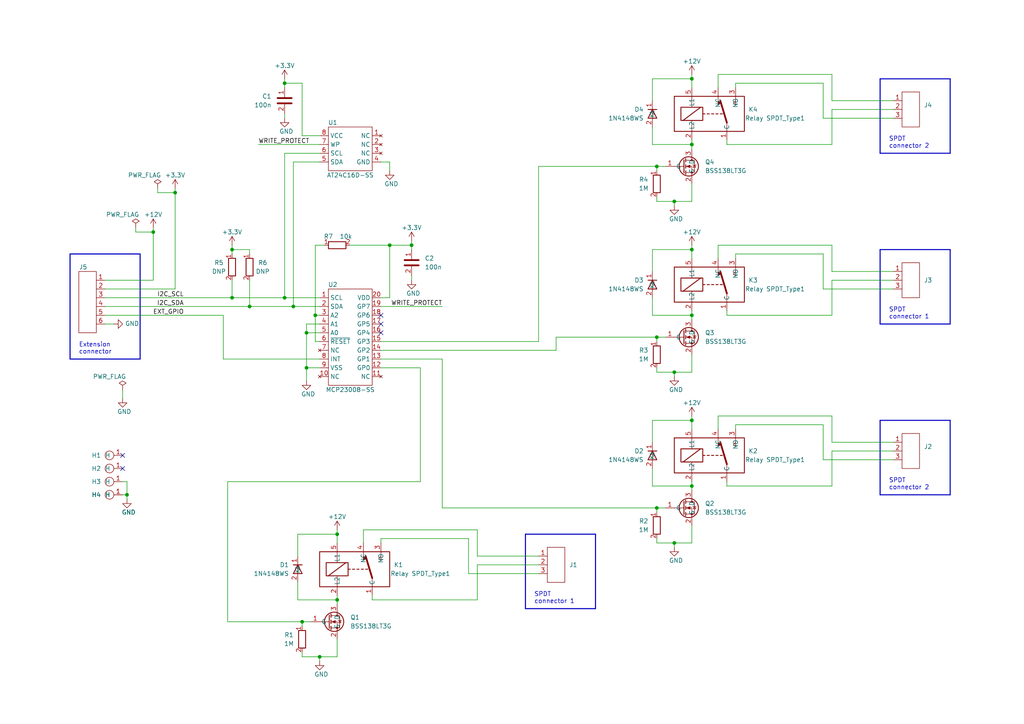
<source format=kicad_sch>
(kicad_sch (version 20230121) (generator eeschema)
  (paper "A4")
  (title_block (title "Four relays extension board") (date "2024-06-02") (rev "1.0") (company "stf.labs"))
  (lib_symbols
    (symbol "p_Diode:1N4148WS" (pin_names (offset 1.016))
      (property "Reference" "D" (at 0 3.81 0))
      (property "Value" "1N4148WS" (at 0 -2.54 0))
      (symbol "1N4148WS_1_1"
        (polyline (pts (xy -1.27 1.27) (xy -1.27 -1.27)) (stroke (width 0.254)))
        (polyline (pts (xy 1.27 0) (xy -1.27 0)))
        (polyline (pts (xy 1.27 1.27) (xy 1.27 -1.27) (xy -1.27 0) (xy 1.27 1.27)) (stroke (width 0.254)))
        (pin passive line (at -3.81 0 0) (length 2.54) (name "K") (number "1"))
        (pin passive line (at 3.81 0 180) (length 2.54) (name "A") (number "2"))
      )
    )
    (symbol "p_IO:MCP23008-SS"
      (property "Reference" "U" (at -5.08 15.24 0))
      (property "Value" "MCP23008-SS" (at 0 -15.24 0))
      (symbol "MCP23008-SS_0_1"
        (rectangle (start -6.35 13.97) (end 6.35 -13.97))
      )
      (symbol "MCP23008-SS_1_1"
        (pin input line (at -8.89 11.43 0) (length 2.54) (name "SCL") (number "1"))
        (pin no_connect line (at -8.89 -11.43 0) (length 2.54) (name "NC") (number "10"))
        (pin no_connect line (at 8.89 -11.43 180) (length 2.54) (name "NC") (number "11"))
        (pin bidirectional line (at 8.89 -8.89 180) (length 2.54) (name "GP0") (number "12"))
        (pin bidirectional line (at 8.89 -6.35 180) (length 2.54) (name "GP1") (number "13"))
        (pin bidirectional line (at 8.89 -3.81 180) (length 2.54) (name "GP2") (number "14"))
        (pin bidirectional line (at 8.89 -1.27 180) (length 2.54) (name "GP3") (number "15"))
        (pin bidirectional line (at 8.89 1.27 180) (length 2.54) (name "GP4") (number "16"))
        (pin bidirectional line (at 8.89 3.81 180) (length 2.54) (name "GP5") (number "17"))
        (pin bidirectional line (at 8.89 6.35 180) (length 2.54) (name "GP6") (number "18"))
        (pin bidirectional line (at 8.89 8.89 180) (length 2.54) (name "GP7") (number "19"))
        (pin bidirectional line (at -8.89 8.89 0) (length 2.54) (name "SDA") (number "2"))
        (pin power_in line (at 8.89 11.43 180) (length 2.54) (name "VDD") (number "20"))
        (pin input line (at -8.89 6.35 0) (length 2.54) (name "A2") (number "3"))
        (pin input line (at -8.89 3.81 0) (length 2.54) (name "A1") (number "4"))
        (pin input line (at -8.89 1.27 0) (length 2.54) (name "A0") (number "5"))
        (pin input line (at -8.89 -1.27 0) (length 2.54) (name "~{RESET}") (number "6"))
        (pin no_connect line (at -8.89 -3.81 0) (length 2.54) (name "NC") (number "7"))
        (pin output line (at -8.89 -6.35 0) (length 2.54) (name "INT") (number "8"))
        (pin passive line (at -8.89 -8.89 0) (length 2.54) (name "VSS") (number "9"))
      )
    )
    (symbol "p_Memory:AT24C16D-SS"
      (property "Reference" "U" (at -5.08 7.62 0))
      (property "Value" "AT24C16D-SS" (at 2.54 -7.62 0))
      (property "Footprint" "p_Package_SO:SOIC-8_3.9x4.9mm_P1.27mm" (at 1.27 -10.16 0))
      (symbol "AT24C16D-SS_0_1"
        (rectangle (start -6.35 6.35) (end 6.35 -6.35))
      )
      (symbol "AT24C16D-SS_1_1"
        (pin no_connect line (at -8.89 3.81 0) (length 2.54) (name "NC") (number "1"))
        (pin no_connect line (at -8.89 1.27 0) (length 2.54) (name "NC") (number "2"))
        (pin no_connect line (at -8.89 -1.27 0) (length 2.54) (name "NC") (number "3"))
        (pin passive line (at -8.89 -3.81 0) (length 2.54) (name "GND") (number "4"))
        (pin bidirectional line (at 8.89 -3.81 180) (length 2.54) (name "SDA") (number "5"))
        (pin input line (at 8.89 -1.27 180) (length 2.54) (name "SCL") (number "6"))
        (pin input line (at 8.89 1.27 180) (length 2.54) (name "WP") (number "7"))
        (pin power_in line (at 8.89 3.81 180) (length 2.54) (name "VCC") (number "8"))
      )
    )
    (symbol "p_Misc:Conn_HE13_1x3_2.54V" (pin_names (offset 1.016) hide)
      (property "Reference" "J" (at 2.54 6.35 0))
      (property "Value" "Conn_HE13_1x3_2.54V" (at 2.54 -7.62 0))
      (symbol "Conn_HE13_1x3_2.54V_0_1"
        (rectangle (start 0 5.08) (end 5.08 -5.08))
      )
      (symbol "Conn_HE13_1x3_2.54V_1_1"
        (pin passive line (at -2.54 2.54 0) (length 2.54) (name "1") (number "1"))
        (pin passive line (at -2.54 0 0) (length 2.54) (name "2") (number "2"))
        (pin passive line (at -2.54 -2.54 0) (length 2.54) (name "3") (number "3"))
      )
    )
    (symbol "p_Misc:Conn_HE13_1x6_2.54V" (pin_names (offset 1.016) hide)
      (property "Reference" "J" (at 5.08 3.81 0))
      (property "Value" "Conn_HE13_1x6_2.54V" (at 6.35 -17.78 0))
      (symbol "Conn_HE13_1x6_2.54V_0_1"
        (rectangle (start 2.54 2.54) (end 7.62 -15.24))
      )
      (symbol "Conn_HE13_1x6_2.54V_1_1"
        (pin passive line (at 0 0 0) (length 2.54) (name "1") (number "1"))
        (pin passive line (at 0 -2.54 0) (length 2.54) (name "2") (number "2"))
        (pin passive line (at 0 -5.08 0) (length 2.54) (name "3") (number "3"))
        (pin passive line (at 0 -7.62 0) (length 2.54) (name "4") (number "4"))
        (pin passive line (at 0 -10.16 0) (length 2.54) (name "5") (number "5"))
        (pin passive line (at 0 -12.7 0) (length 2.54) (name "6") (number "6"))
      )
    )
    (symbol "p_Misc:Relay_SPDT_Type1"
      (property "Reference" "K" (at -10.16 6.35 0))
      (property "Value" "Relay SPDT_Type1" (at 15.24 -6.35 0))
      (symbol "Relay_SPDT_Type1_0_0"
        (polyline (pts (xy 7.62 5.08) (xy 7.62 2.54) (xy 6.985 3.175) (xy 7.62 3.81)))
      )
      (symbol "Relay_SPDT_Type1_0_1"
        (rectangle (start -8.255 1.905) (end -1.905 -1.905) (stroke (width 0.254)))
        (polyline (pts (xy -7.62 -1.905) (xy -2.54 1.905)) (stroke (width 0.254)))
        (polyline (pts (xy -5.08 -5.08) (xy -5.08 -1.905)))
        (polyline (pts (xy -5.08 5.08) (xy -5.08 1.905)))
        (polyline (pts (xy -1.905 0) (xy -1.27 0)) (stroke (width 0.254)))
        (polyline (pts (xy -0.635 0) (xy 0 0)) (stroke (width 0.254)))
        (polyline (pts (xy 0.635 0) (xy 1.27 0)) (stroke (width 0.254)))
        (polyline (pts (xy 1.905 0) (xy 2.54 0)) (stroke (width 0.254)))
        (polyline (pts (xy 3.175 0) (xy 3.81 0)) (stroke (width 0.254)))
        (polyline (pts (xy 5.08 -2.54) (xy 3.175 3.81)) (stroke (width 0.508)))
        (polyline (pts (xy 5.08 -2.54) (xy 5.08 -5.08)))
        (polyline (pts (xy 2.54 5.08) (xy 2.54 2.54) (xy 3.175 3.175) (xy 2.54 3.81)) (fill (type outline)))
      )
      (symbol "Relay_SPDT_Type1_1_1"
        (rectangle (start -10.16 5.08) (end 10.16 -5.08) (stroke (width 0.254)))
        (pin passive line (at 5.08 -7.62 90) (length 2.54) (name "C") (number "1"))
        (pin passive line (at -5.08 -7.62 90) (length 2.54) (name "L2") (number "2"))
        (pin passive line (at 7.62 7.62 270) (length 2.54) (name "NO") (number "3"))
        (pin passive line (at 2.54 7.62 270) (length 2.54) (name "NC") (number "4"))
        (pin passive line (at -5.08 7.62 270) (length 2.54) (name "L1") (number "5"))
      )
    )
    (symbol "p_Misc:drill_hole_5mm" (pin_names (offset 1.016))
      (property "Reference" "H" (at -1.27 2.54 0))
      (property "Value" "drill_hole_5mm" (at -1.27 -2.54 0))
      (symbol "drill_hole_5mm_0_1"
        (circle (center -1.27 0) (radius 1.27))
      )
      (symbol "drill_hole_5mm_1_1"
        (pin passive line (at 2.54 0 180) (length 2.54) (name "H") (number "1"))
      )
    )
    (symbol "p_Passive:C_0603" (pin_names (offset 0) hide)
      (property "Reference" "C" (at 0 0 0))
      (property "Value" "C_0603" (at 0 0 0))
      (symbol "C_0603_1_1"
        (polyline (pts (xy -2.032 -0.762) (xy 2.032 -0.762)) (stroke (width 0.508)))
        (polyline (pts (xy -2.032 0.762) (xy 2.032 0.762)) (stroke (width 0.508)))
        (pin passive line (at 0 3.81 270) (length 2.794) (name "~") (number "1"))
        (pin passive line (at 0 -3.81 90) (length 2.794) (name "~") (number "2"))
      )
    )
    (symbol "p_Passive:R_0603" (pin_names (offset 0) hide)
      (property "Reference" "R" (at 0 0 0))
      (property "Value" "R_0603" (at 0 0 0))
      (symbol "R_0603_1_1"
        (rectangle (start -1.016 -2.54) (end 1.016 2.54) (stroke (width 0.254)))
        (pin passive line (at 0 3.81 270) (length 1.27) (name "~") (number "1"))
        (pin passive line (at 0 -3.81 90) (length 1.27) (name "~") (number "2"))
      )
    )
    (symbol "p_Transistor_FET:BSS138LT3G"
      (property "Reference" "Q" (at -5.08 6.35 0))
      (property "Value" "BSS138LT3G" (at 0 0 0))
      (symbol "BSS138LT3G_1_1"
        (circle (center -0.889 0) (radius 2.794) (stroke (width 0.254)))
        (circle (center 0 -1.778) (radius 0.254) (fill (type outline)))
        (polyline (pts (xy -2.286 0) (xy -5.08 0)))
        (polyline (pts (xy -2.286 1.905) (xy -2.286 -1.905)) (stroke (width 0.254)))
        (polyline (pts (xy -1.778 -1.27) (xy -1.778 -2.286)) (stroke (width 0.254)))
        (polyline (pts (xy -1.778 0.508) (xy -1.778 -0.508)) (stroke (width 0.254)))
        (polyline (pts (xy -1.778 2.286) (xy -1.778 1.27)) (stroke (width 0.254)))
        (polyline (pts (xy 0 2.54) (xy 0 1.778)))
        (polyline (pts (xy 0 -2.54) (xy 0 0) (xy -1.778 0)))
        (polyline (pts (xy -1.778 -1.778) (xy 0.762 -1.778) (xy 0.762 1.778) (xy -1.778 1.778)))
        (polyline (pts (xy -1.524 0) (xy -0.508 0.381) (xy -0.508 -0.381) (xy -1.524 0)) (fill (type outline)))
        (polyline (pts (xy 0.254 0.508) (xy 0.381 0.381) (xy 1.143 0.381) (xy 1.27 0.254)))
        (polyline (pts (xy 0.762 0.381) (xy 0.381 -0.254) (xy 1.143 -0.254) (xy 0.762 0.381)))
        (circle (center 0 1.778) (radius 0.254) (fill (type outline)))
        (pin input line (at -7.62 0 0) (length 2.54) (name "G") (number "1"))
        (pin passive line (at 0 -5.08 90) (length 2.54) (name "S") (number "2"))
        (pin passive line (at 0 5.08 270) (length 2.54) (name "D") (number "3"))
      )
    )
    (symbol "power:+12V" (power) (pin_names (offset 0))
      (property "Value" "+12V" (at 0 3.556 0))
      (symbol "+12V_0_1"
        (polyline (pts (xy -0.762 1.27) (xy 0 2.54)))
        (polyline (pts (xy 0 0) (xy 0 2.54)))
        (polyline (pts (xy 0 2.54) (xy 0.762 1.27)))
      )
      (symbol "+12V_1_1"
        (pin power_in line (at 0 0 90) (length 0) hide (name "+12V") (number "1"))
      )
    )
    (symbol "power:+3.3V" (power) (pin_names (offset 0))
      (property "Value" "+3.3V" (at 0 3.556 0))
      (symbol "+3.3V_0_1"
        (polyline (pts (xy -0.762 1.27) (xy 0 2.54)))
        (polyline (pts (xy 0 0) (xy 0 2.54)))
        (polyline (pts (xy 0 2.54) (xy 0.762 1.27)))
      )
      (symbol "+3.3V_1_1"
        (pin power_in line (at 0 0 90) (length 0) hide (name "+3.3V") (number "1"))
      )
    )
    (symbol "power:GND" (power) (pin_names (offset 0))
      (property "Value" "GND" (at 0 -3.81 0))
      (symbol "GND_0_1"
        (polyline (pts (xy 0 0) (xy 0 -1.27) (xy 1.27 -1.27) (xy 0 -2.54) (xy -1.27 -1.27) (xy 0 -1.27)))
      )
      (symbol "GND_1_1"
        (pin power_in line (at 0 0 270) (length 0) hide (name "GND") (number "1"))
      )
    )
    (symbol "power:PWR_FLAG" (power) (pin_numbers hide) (pin_names (offset 0) hide)
      (property "Value" "PWR_FLAG" (at 0 3.81 0))
      (symbol "PWR_FLAG_0_0"
        (pin power_out line (at 0 0 90) (length 0) (name "pwr") (number "1"))
      )
      (symbol "PWR_FLAG_0_1"
        (polyline (pts (xy 0 0) (xy 0 1.27) (xy -1.016 1.905) (xy 0 2.54) (xy 1.016 1.905) (xy 0 1.27)))
      )
    )
  )
  (junction (at 190.5 147.32))
  (junction (at 200.66 72.39))
  (junction (at 195.58 58.42))
  (junction (at 113.03 71.12))
  (junction (at 67.31 72.39))
  (junction (at 91.44 91.44))
  (junction (at 82.55 24.13))
  (junction (at 200.66 140.97))
  (junction (at 67.31 86.36))
  (junction (at 97.79 154.94))
  (junction (at 200.66 91.44))
  (junction (at 82.55 86.36))
  (junction (at 200.66 22.86))
  (junction (at 195.58 107.95))
  (junction (at 200.66 121.92))
  (junction (at 88.9 106.68))
  (junction (at 97.79 173.99))
  (junction (at 190.5 48.26))
  (junction (at 87.63 180.34))
  (junction (at 195.58 157.48))
  (junction (at 119.38 71.12))
  (junction (at 88.9 96.52))
  (junction (at 50.8 55.88))
  (junction (at 72.39 88.9))
  (junction (at 36.83 143.51))
  (junction (at 200.66 41.91))
  (junction (at 44.45 67.31))
  (junction (at 85.09 88.9))
  (junction (at 190.5 97.79))
  (junction (at 92.71 190.5))
  (no_connect (at 35.56 132.08))
  (no_connect (at 110.49 91.44))
  (no_connect (at 35.56 135.89))
  (no_connect (at 110.49 96.52))
  (no_connect (at 110.49 93.98))
  (wire (pts (xy 107.95 173.99) (xy 138.43 173.99)))
  (wire (pts (xy 92.71 44.45) (xy 82.55 44.45)))
  (wire (pts (xy 72.39 72.39) (xy 67.31 72.39)))
  (wire (pts (xy 92.71 104.14) (xy 64.77 104.14)))
  (wire (pts (xy 36.83 143.51) (xy 36.83 144.78)))
  (wire (pts (xy 44.45 67.31) (xy 44.45 81.28)))
  (wire (pts (xy 121.92 139.7) (xy 121.92 106.68)))
  (wire (pts (xy 97.79 172.72) (xy 97.79 173.99)))
  (wire (pts (xy 190.5 156.21) (xy 190.5 157.48)))
  (wire (pts (xy 200.66 74.93) (xy 200.66 72.39)))
  (polyline (pts (xy 255.27 22.86) (xy 255.27 44.45)) (stroke (width 0.3048)))
  (wire (pts (xy 208.28 71.12) (xy 208.28 74.93)))
  (wire (pts (xy 67.31 86.36) (xy 82.55 86.36)))
  (polyline (pts (xy 172.72 154.94) (xy 152.4 154.94)) (stroke (width 0.3048)))
  (wire (pts (xy 110.49 99.06) (xy 156.21 99.06)))
  (wire (pts (xy 82.55 24.13) (xy 82.55 25.4)))
  (wire (pts (xy 87.63 180.34) (xy 90.17 180.34)))
  (wire (pts (xy 200.66 21.59) (xy 200.66 22.86)))
  (wire (pts (xy 208.28 25.4) (xy 208.28 21.59)))
  (wire (pts (xy 210.82 91.44) (xy 241.3 91.44)))
  (wire (pts (xy 189.23 72.39) (xy 189.23 78.74)))
  (wire (pts (xy 138.43 161.29) (xy 138.43 153.67)))
  (wire (pts (xy 72.39 88.9) (xy 85.09 88.9)))
  (wire (pts (xy 30.48 83.82) (xy 50.8 83.82)))
  (wire (pts (xy 200.66 72.39) (xy 189.23 72.39)))
  (polyline (pts (xy 275.59 72.39) (xy 255.27 72.39)) (stroke (width 0.3048)))
  (wire (pts (xy 87.63 180.34) (xy 66.04 180.34)))
  (wire (pts (xy 87.63 24.13) (xy 87.63 39.37)))
  (wire (pts (xy 213.36 24.13) (xy 213.36 25.4)))
  (wire (pts (xy 161.29 101.6) (xy 161.29 97.79)))
  (wire (pts (xy 190.5 48.26) (xy 193.04 48.26)))
  (wire (pts (xy 241.3 78.74) (xy 259.08 78.74)))
  (wire (pts (xy 67.31 72.39) (xy 67.31 73.66)))
  (wire (pts (xy 238.76 73.66) (xy 238.76 83.82)))
  (wire (pts (xy 195.58 157.48) (xy 195.58 158.75)))
  (wire (pts (xy 92.71 93.98) (xy 88.9 93.98)))
  (wire (pts (xy 241.3 128.27) (xy 259.08 128.27)))
  (polyline (pts (xy 275.59 22.86) (xy 255.27 22.86)) (stroke (width 0.3048)))
  (polyline (pts (xy 255.27 121.92) (xy 255.27 143.51)) (stroke (width 0.3048)))
  (wire (pts (xy 238.76 123.19) (xy 238.76 133.35)))
  (wire (pts (xy 259.08 34.29) (xy 238.76 34.29)))
  (wire (pts (xy 85.09 88.9) (xy 92.71 88.9)))
  (wire (pts (xy 238.76 24.13) (xy 213.36 24.13)))
  (wire (pts (xy 200.66 139.7) (xy 200.66 140.97)))
  (wire (pts (xy 128.27 147.32) (xy 128.27 104.14)))
  (wire (pts (xy 91.44 71.12) (xy 91.44 91.44)))
  (wire (pts (xy 35.56 143.51) (xy 36.83 143.51)))
  (wire (pts (xy 50.8 55.88) (xy 50.8 83.82)))
  (wire (pts (xy 74.93 41.91) (xy 92.71 41.91)))
  (wire (pts (xy 195.58 58.42) (xy 195.58 59.69)))
  (wire (pts (xy 156.21 166.37) (xy 135.89 166.37)))
  (wire (pts (xy 87.63 189.23) (xy 87.63 190.5)))
  (wire (pts (xy 45.72 55.88) (xy 50.8 55.88)))
  (wire (pts (xy 241.3 78.74) (xy 241.3 71.12)))
  (wire (pts (xy 190.5 97.79) (xy 190.5 99.06)))
  (wire (pts (xy 66.04 180.34) (xy 66.04 139.7)))
  (wire (pts (xy 210.82 140.97) (xy 241.3 140.97)))
  (wire (pts (xy 200.66 102.87) (xy 200.66 107.95)))
  (wire (pts (xy 92.71 96.52) (xy 88.9 96.52)))
  (wire (pts (xy 200.66 25.4) (xy 200.66 22.86)))
  (wire (pts (xy 210.82 41.91) (xy 210.82 40.64)))
  (wire (pts (xy 241.3 29.21) (xy 241.3 21.59)))
  (wire (pts (xy 200.66 41.91) (xy 200.66 43.18)))
  (wire (pts (xy 200.66 22.86) (xy 189.23 22.86)))
  (wire (pts (xy 138.43 153.67) (xy 105.41 153.67)))
  (wire (pts (xy 82.55 44.45) (xy 82.55 86.36)))
  (wire (pts (xy 88.9 96.52) (xy 88.9 106.68)))
  (polyline (pts (xy 255.27 72.39) (xy 255.27 93.98)) (stroke (width 0.3048)))
  (wire (pts (xy 156.21 48.26) (xy 190.5 48.26)))
  (wire (pts (xy 82.55 22.86) (xy 82.55 24.13)))
  (wire (pts (xy 39.37 67.31) (xy 44.45 67.31)))
  (wire (pts (xy 241.3 128.27) (xy 241.3 120.65)))
  (wire (pts (xy 110.49 156.21) (xy 135.89 156.21)))
  (wire (pts (xy 138.43 161.29) (xy 156.21 161.29)))
  (wire (pts (xy 189.23 91.44) (xy 189.23 86.36)))
  (wire (pts (xy 50.8 54.61) (xy 50.8 55.88)))
  (wire (pts (xy 119.38 71.12) (xy 119.38 72.39)))
  (wire (pts (xy 72.39 73.66) (xy 72.39 72.39)))
  (wire (pts (xy 85.09 46.99) (xy 92.71 46.99)))
  (wire (pts (xy 67.31 81.28) (xy 67.31 86.36)))
  (wire (pts (xy 87.63 190.5) (xy 92.71 190.5)))
  (wire (pts (xy 36.83 139.7) (xy 36.83 143.51)))
  (wire (pts (xy 241.3 130.81) (xy 241.3 140.97)))
  (wire (pts (xy 200.66 71.12) (xy 200.66 72.39)))
  (wire (pts (xy 97.79 173.99) (xy 86.36 173.99)))
  (wire (pts (xy 105.41 153.67) (xy 105.41 157.48)))
  (wire (pts (xy 213.36 73.66) (xy 238.76 73.66)))
  (wire (pts (xy 128.27 88.9) (xy 110.49 88.9)))
  (polyline (pts (xy 40.64 73.66) (xy 20.32 73.66)) (stroke (width 0.3048)))
  (wire (pts (xy 210.82 41.91) (xy 241.3 41.91)))
  (wire (pts (xy 190.5 147.32) (xy 128.27 147.32)))
  (polyline (pts (xy 255.27 93.98) (xy 275.59 93.98)) (stroke (width 0.3048)))
  (wire (pts (xy 39.37 66.04) (xy 39.37 67.31)))
  (wire (pts (xy 113.03 71.12) (xy 119.38 71.12)))
  (wire (pts (xy 88.9 110.49) (xy 88.9 106.68)))
  (wire (pts (xy 208.28 124.46) (xy 208.28 120.65)))
  (wire (pts (xy 97.79 173.99) (xy 97.79 175.26)))
  (wire (pts (xy 195.58 157.48) (xy 200.66 157.48)))
  (polyline (pts (xy 152.4 154.94) (xy 152.4 176.53)) (stroke (width 0.3048)))
  (wire (pts (xy 35.56 113.03) (xy 35.56 115.57)))
  (wire (pts (xy 64.77 104.14) (xy 64.77 91.44)))
  (wire (pts (xy 88.9 93.98) (xy 88.9 96.52)))
  (wire (pts (xy 97.79 153.67) (xy 97.79 154.94)))
  (wire (pts (xy 200.66 91.44) (xy 189.23 91.44)))
  (wire (pts (xy 213.36 74.93) (xy 213.36 73.66)))
  (wire (pts (xy 113.03 86.36) (xy 113.03 71.12)))
  (wire (pts (xy 241.3 81.28) (xy 241.3 91.44)))
  (wire (pts (xy 30.48 93.98) (xy 33.02 93.98)))
  (wire (pts (xy 190.5 107.95) (xy 195.58 107.95)))
  (wire (pts (xy 92.71 91.44) (xy 91.44 91.44)))
  (wire (pts (xy 195.58 58.42) (xy 200.66 58.42)))
  (wire (pts (xy 189.23 22.86) (xy 189.23 29.21)))
  (wire (pts (xy 82.55 24.13) (xy 87.63 24.13)))
  (wire (pts (xy 200.66 124.46) (xy 200.66 121.92)))
  (wire (pts (xy 88.9 106.68) (xy 92.71 106.68)))
  (wire (pts (xy 44.45 66.04) (xy 44.45 67.31)))
  (polyline (pts (xy 275.59 22.86) (xy 275.59 44.45)) (stroke (width 0.3048)))
  (wire (pts (xy 30.48 91.44) (xy 64.77 91.44)))
  (wire (pts (xy 91.44 71.12) (xy 93.98 71.12)))
  (wire (pts (xy 87.63 180.34) (xy 87.63 181.61)))
  (wire (pts (xy 97.79 157.48) (xy 97.79 154.94)))
  (wire (pts (xy 128.27 104.14) (xy 110.49 104.14)))
  (wire (pts (xy 189.23 140.97) (xy 189.23 135.89)))
  (wire (pts (xy 210.82 90.17) (xy 210.82 91.44)))
  (wire (pts (xy 200.66 53.34) (xy 200.66 58.42)))
  (wire (pts (xy 190.5 106.68) (xy 190.5 107.95)))
  (wire (pts (xy 259.08 31.75) (xy 241.3 31.75)))
  (wire (pts (xy 161.29 97.79) (xy 190.5 97.79)))
  (polyline (pts (xy 20.32 73.66) (xy 20.32 104.14)) (stroke (width 0.3048)))
  (wire (pts (xy 238.76 24.13) (xy 238.76 34.29)))
  (wire (pts (xy 119.38 69.85) (xy 119.38 71.12)))
  (wire (pts (xy 200.66 90.17) (xy 200.66 91.44)))
  (wire (pts (xy 107.95 172.72) (xy 107.95 173.99)))
  (wire (pts (xy 85.09 88.9) (xy 85.09 46.99)))
  (polyline (pts (xy 40.64 73.66) (xy 40.64 104.14)) (stroke (width 0.3048)))
  (wire (pts (xy 190.5 147.32) (xy 190.5 148.59)))
  (wire (pts (xy 121.92 106.68) (xy 110.49 106.68)))
  (polyline (pts (xy 275.59 121.92) (xy 275.59 143.51)) (stroke (width 0.3048)))
  (wire (pts (xy 91.44 91.44) (xy 91.44 99.06)))
  (polyline (pts (xy 172.72 154.94) (xy 172.72 176.53)) (stroke (width 0.3048)))
  (wire (pts (xy 189.23 121.92) (xy 189.23 128.27)))
  (wire (pts (xy 213.36 123.19) (xy 213.36 124.46)))
  (wire (pts (xy 208.28 120.65) (xy 241.3 120.65)))
  (polyline (pts (xy 20.32 104.14) (xy 40.64 104.14)) (stroke (width 0.3048)))
  (wire (pts (xy 200.66 152.4) (xy 200.66 157.48)))
  (wire (pts (xy 190.5 48.26) (xy 190.5 49.53)))
  (wire (pts (xy 156.21 163.83) (xy 138.43 163.83)))
  (wire (pts (xy 200.66 120.65) (xy 200.66 121.92)))
  (polyline (pts (xy 255.27 143.51) (xy 275.59 143.51)) (stroke (width 0.3048)))
  (wire (pts (xy 259.08 83.82) (xy 238.76 83.82)))
  (wire (pts (xy 190.5 147.32) (xy 193.04 147.32)))
  (wire (pts (xy 67.31 71.12) (xy 67.31 72.39)))
  (wire (pts (xy 30.48 81.28) (xy 44.45 81.28)))
  (wire (pts (xy 190.5 97.79) (xy 193.04 97.79)))
  (wire (pts (xy 259.08 81.28) (xy 241.3 81.28)))
  (wire (pts (xy 200.66 91.44) (xy 200.66 92.71)))
  (wire (pts (xy 30.48 86.36) (xy 67.31 86.36)))
  (wire (pts (xy 210.82 140.97) (xy 210.82 139.7)))
  (wire (pts (xy 195.58 107.95) (xy 200.66 107.95)))
  (wire (pts (xy 259.08 133.35) (xy 238.76 133.35)))
  (wire (pts (xy 87.63 39.37) (xy 92.71 39.37)))
  (wire (pts (xy 110.49 101.6) (xy 161.29 101.6)))
  (wire (pts (xy 200.66 41.91) (xy 189.23 41.91)))
  (polyline (pts (xy 275.59 121.92) (xy 255.27 121.92)) (stroke (width 0.3048)))
  (wire (pts (xy 200.66 140.97) (xy 200.66 142.24)))
  (wire (pts (xy 200.66 121.92) (xy 189.23 121.92)))
  (wire (pts (xy 92.71 190.5) (xy 97.79 190.5)))
  (wire (pts (xy 241.3 31.75) (xy 241.3 41.91)))
  (polyline (pts (xy 255.27 44.45) (xy 275.59 44.45)) (stroke (width 0.3048)))
  (wire (pts (xy 119.38 80.01) (xy 119.38 81.28)))
  (wire (pts (xy 195.58 107.95) (xy 195.58 109.22)))
  (wire (pts (xy 190.5 157.48) (xy 195.58 157.48)))
  (wire (pts (xy 86.36 154.94) (xy 86.36 161.29)))
  (wire (pts (xy 200.66 140.97) (xy 189.23 140.97)))
  (polyline (pts (xy 152.4 176.53) (xy 172.72 176.53)) (stroke (width 0.3048)))
  (wire (pts (xy 66.04 139.7) (xy 121.92 139.7)))
  (wire (pts (xy 200.66 40.64) (xy 200.66 41.91)))
  (wire (pts (xy 97.79 185.42) (xy 97.79 190.5)))
  (polyline (pts (xy 275.59 72.39) (xy 275.59 93.98)) (stroke (width 0.3048)))
  (wire (pts (xy 113.03 46.99) (xy 113.03 49.53)))
  (wire (pts (xy 110.49 86.36) (xy 113.03 86.36)))
  (wire (pts (xy 82.55 33.02) (xy 82.55 34.29)))
  (wire (pts (xy 259.08 130.81) (xy 241.3 130.81)))
  (wire (pts (xy 138.43 163.83) (xy 138.43 173.99)))
  (wire (pts (xy 30.48 88.9) (xy 72.39 88.9)))
  (wire (pts (xy 241.3 71.12) (xy 208.28 71.12)))
  (wire (pts (xy 86.36 173.99) (xy 86.36 168.91)))
  (wire (pts (xy 72.39 81.28) (xy 72.39 88.9)))
  (wire (pts (xy 35.56 139.7) (xy 36.83 139.7)))
  (wire (pts (xy 238.76 123.19) (xy 213.36 123.19)))
  (wire (pts (xy 208.28 21.59) (xy 241.3 21.59)))
  (wire (pts (xy 45.72 54.61) (xy 45.72 55.88)))
  (wire (pts (xy 156.21 99.06) (xy 156.21 48.26)))
  (wire (pts (xy 241.3 29.21) (xy 259.08 29.21)))
  (wire (pts (xy 92.71 190.5) (xy 92.71 191.77)))
  (wire (pts (xy 110.49 157.48) (xy 110.49 156.21)))
  (wire (pts (xy 92.71 99.06) (xy 91.44 99.06)))
  (wire (pts (xy 190.5 57.15) (xy 190.5 58.42)))
  (wire (pts (xy 189.23 41.91) (xy 189.23 36.83)))
  (wire (pts (xy 82.55 86.36) (xy 92.71 86.36)))
  (wire (pts (xy 190.5 58.42) (xy 195.58 58.42)))
  (wire (pts (xy 135.89 156.21) (xy 135.89 166.37)))
  (wire (pts (xy 110.49 46.99) (xy 113.03 46.99)))
  (wire (pts (xy 97.79 154.94) (xy 86.36 154.94)))
  (wire (pts (xy 101.6 71.12) (xy 113.03 71.12)))
  (text "SPDT\nconnector 2" (at 257.81 43.18 0) (effects (font (size 1.27 1.27)) (justify left bottom)))
  (text "SPDT\nconnector 1" (at 154.94 175.26 0) (effects (font (size 1.27 1.27)) (justify left bottom)))
  (text "SPDT\nconnector 2" (at 257.81 142.24 0) (effects (font (size 1.27 1.27)) (justify left bottom)))
  (text "Extension\nconnector" (at 22.86 102.87 0) (effects (font (size 1.27 1.27)) (justify left bottom)))
  (text "SPDT\nconnector 1" (at 257.81 92.71 0) (effects (font (size 1.27 1.27)) (justify left bottom)))
  (label "EXT_GPIO" (at 53.34 91.44 180))
  (label "I2C_SDA" (at 53.34 88.9 180))
  (label "WRITE_PROTECT" (at 74.93 41.91 0))
  (label "I2C_SCL" (at 53.34 86.36 180))
  (label "WRITE_PROTECT" (at 128.27 88.9 180))
  (symbol (lib_id "p_Diode:1N4148WS") (at 189.23 33.02 90) (mirror x) (unit 1)
    (property "Reference" "D4" (at 186.69 31.75 90) (effects (justify left)))
    (property "Value" "1N4148WS" (at 186.69 34.29 90) (effects (justify left)))
    (property "Footprint" "p_Package_Diode_SMD:D_SOD-323_HandSoldering" (effects hide))
  )
  (symbol (lib_id "p_Misc:Conn_HE13_1x3_2.54V") (at 158.75 163.83 0) (unit 1)
    (property "Reference" "J1" (at 165.1 163.83 0) (effects (justify left)))
    (property "Value" "Conn_HE13_1x3_2.54V" (effects hide))
    (property "Footprint" "p_Package_Misc:PinHeader_1x03_P2.54mm_Vertical" (effects hide))
  )
  (symbol (lib_id "p_Passive:R_0603") (at 190.5 102.87 0) (mirror y) (unit 1)
    (property "Reference" "R3" (at 186.69 101.6 0))
    (property "Value" "1M" (at 186.69 104.14 0))
    (property "Footprint" "p_Package_Resistor_SMD:R_0603_1608Metric_Pad0.98x0.95mm_HandSolder" (effects hide))
  )
  (symbol (lib_id "power:PWR_FLAG") (at 35.56 113.03 0) (unit 1)
    (property "Reference" "#FLG03" (effects hide))
    (property "Value" "PWR_FLAG" (at 31.75 109.22 0))
  )
  (symbol (lib_id "power:GND") (at 113.03 49.53 0) (unit 1)
    (property "Reference" "#PWR08" (effects hide))
    (property "Value" "GND" (at 115.57 53.34 0) (effects (justify right)))
  )
  (symbol (lib_id "power:GND") (at 82.55 34.29 0) (unit 1)
    (property "Reference" "#PWR06" (effects hide))
    (property "Value" "GND" (at 85.09 38.1 0) (effects (justify right)))
  )
  (symbol (lib_id "power:+12V") (at 44.45 66.04 0) (unit 1)
    (property "Reference" "#PWR02" (effects hide))
    (property "Value" "+12V" (at 44.45 62.23 0))
  )
  (symbol (lib_id "p_Misc:Relay_SPDT_Type1") (at 205.74 33.02 0) (unit 1)
    (property "Reference" "K4" (at 218.44 31.75 0))
    (property "Value" "Relay SPDT_Type1" (at 224.79 34.29 0))
    (property "Footprint" "p_Package_Misc:Relay_SPDT_Type1" (effects hide))
  )
  (symbol (lib_id "power:+3.3V") (at 67.31 71.12 0) (unit 1)
    (property "Reference" "#PWR04" (effects hide))
    (property "Value" "+3.3V" (at 67.31 67.31 0))
  )
  (symbol (lib_id "power:PWR_FLAG") (at 45.72 54.61 0) (unit 1)
    (property "Reference" "#FLG02" (effects hide))
    (property "Value" "PWR_FLAG" (at 41.91 50.8 0))
  )
  (symbol (lib_id "power:+12V") (at 200.66 21.59 0) (unit 1)
    (property "Reference" "#PWR018" (effects hide))
    (property "Value" "+12V" (at 200.66 17.78 0))
  )
  (symbol (lib_id "p_Misc:drill_hole_5mm") (at 33.02 135.89 0) (unit 1)
    (property "Reference" "H2" (at 27.94 135.89 0))
    (property "Value" "drill_hole_5mm" (effects hide))
    (property "Footprint" "p_Package_Misc:Drill_hole_5mm" (effects hide))
  )
  (symbol (lib_id "p_Misc:Relay_SPDT_Type1") (at 205.74 82.55 0) (unit 1)
    (property "Reference" "K3" (at 218.44 81.28 0))
    (property "Value" "Relay SPDT_Type1" (at 224.79 83.82 0))
    (property "Footprint" "p_Package_Misc:Relay_SPDT_Type1" (effects hide))
  )
  (symbol (lib_id "p_Misc:drill_hole_5mm") (at 33.02 139.7 0) (unit 1)
    (property "Reference" "H3" (at 27.94 139.7 0))
    (property "Value" "drill_hole_5mm" (effects hide))
    (property "Footprint" "p_Package_Misc:Drill_hole_5mm" (effects hide))
  )
  (symbol (lib_id "power:GND") (at 119.38 81.28 0) (unit 1)
    (property "Reference" "#PWR010" (effects hide))
    (property "Value" "GND" (at 121.92 85.09 0) (effects (justify right)))
  )
  (symbol (lib_id "p_Misc:Conn_HE13_1x3_2.54V") (at 261.62 81.28 0) (unit 1)
    (property "Reference" "J3" (at 267.97 81.28 0) (effects (justify left)))
    (property "Value" "Conn_HE13_1x3_2.54V" (effects hide))
    (property "Footprint" "p_Package_Misc:PinHeader_1x03_P2.54mm_Vertical" (effects hide))
  )
  (symbol (lib_id "p_Misc:drill_hole_5mm") (at 33.02 132.08 0) (unit 1)
    (property "Reference" "H1" (at 27.94 132.08 0))
    (property "Value" "drill_hole_5mm" (effects hide))
    (property "Footprint" "p_Package_Misc:Drill_hole_5mm" (effects hide))
  )
  (symbol (lib_id "p_Passive:R_0603") (at 190.5 53.34 0) (mirror y) (unit 1)
    (property "Reference" "R4" (at 186.69 52.07 0))
    (property "Value" "1M" (at 186.69 54.61 0))
    (property "Footprint" "p_Package_Resistor_SMD:R_0603_1608Metric_Pad0.98x0.95mm_HandSolder" (effects hide))
  )
  (symbol (lib_id "power:+3.3V") (at 119.38 69.85 0) (unit 1)
    (property "Reference" "#PWR09" (effects hide))
    (property "Value" "+3.3V" (at 119.38 66.04 0))
  )
  (symbol (lib_id "power:GND") (at 88.9 110.49 0) (unit 1)
    (property "Reference" "#PWR07" (effects hide))
    (property "Value" "GND" (at 91.44 114.3 0) (effects (justify right)))
  )
  (symbol (lib_id "p_Passive:R_0603") (at 97.79 71.12 90) (unit 1)
    (property "Reference" "R7" (at 95.25 68.58 90))
    (property "Value" "10k" (at 100.33 68.58 90))
    (property "Footprint" "p_Package_Resistor_SMD:R_0603_1608Metric_Pad0.98x0.95mm_HandSolder" (effects hide))
  )
  (symbol (lib_id "power:+12V") (at 200.66 120.65 0) (unit 1)
    (property "Reference" "#PWR013" (effects hide))
    (property "Value" "+12V" (at 200.66 116.84 0))
  )
  (symbol (lib_id "p_Misc:Relay_SPDT_Type1") (at 205.74 132.08 0) (unit 1)
    (property "Reference" "K2" (at 218.44 130.81 0))
    (property "Value" "Relay SPDT_Type1" (at 224.79 133.35 0))
    (property "Footprint" "p_Package_Misc:Relay_SPDT_Type1" (effects hide))
  )
  (symbol (lib_id "power:GND") (at 35.56 115.57 0) (unit 1)
    (property "Reference" "#PWR015" (effects hide))
    (property "Value" "GND" (at 38.1 119.38 0) (effects (justify right)))
  )
  (symbol (lib_id "p_Transistor_FET:BSS138LT3G") (at 97.79 180.34 0) (unit 1)
    (property "Reference" "Q1" (at 101.6 179.07 0) (effects (justify left)))
    (property "Value" "BSS138LT3G" (at 101.6 181.61 0) (effects (justify left)))
    (property "Footprint" "p_Package_SOT:SOT-23" (effects hide))
    (property "Datasheet" "${KI_PERSO_COMPLIB}/datasheets/p_Transistor_FET/BSS138.pdf" (effects hide))
  )
  (symbol (lib_id "p_Misc:Relay_SPDT_Type1") (at 102.87 165.1 0) (unit 1)
    (property "Reference" "K1" (at 115.57 163.83 0))
    (property "Value" "Relay SPDT_Type1" (at 121.92 166.37 0))
    (property "Footprint" "p_Package_Misc:Relay_SPDT_Type1" (effects hide))
  )
  (symbol (lib_id "p_Misc:Conn_HE13_1x6_2.54V") (at 30.48 81.28 0) (mirror y) (unit 1)
    (property "Reference" "J5" (at 24.13 77.47 0))
    (property "Value" "Conn_HE13_1x6_2.54V" (effects hide))
    (property "Footprint" "p_Package_Misc:PinHeader_1x06_P2.54mm_Vertical" (effects hide))
  )
  (symbol (lib_id "power:+3.3V") (at 82.55 22.86 0) (unit 1)
    (property "Reference" "#PWR05" (effects hide))
    (property "Value" "+3.3V" (at 82.55 19.05 0))
  )
  (symbol (lib_id "power:GND") (at 195.58 109.22 0) (unit 1)
    (property "Reference" "#PWR017" (effects hide))
    (property "Value" "GND" (at 198.12 113.03 0) (effects (justify right)))
  )
  (symbol (lib_id "p_Diode:1N4148WS") (at 189.23 132.08 90) (mirror x) (unit 1)
    (property "Reference" "D2" (at 186.69 130.81 90) (effects (justify left)))
    (property "Value" "1N4148WS" (at 186.69 133.35 90) (effects (justify left)))
    (property "Footprint" "p_Package_Diode_SMD:D_SOD-323_HandSoldering" (effects hide))
  )
  (symbol (lib_id "p_Diode:1N4148WS") (at 86.36 165.1 90) (mirror x) (unit 1)
    (property "Reference" "D1" (at 83.82 163.83 90) (effects (justify left)))
    (property "Value" "1N4148WS" (at 83.82 166.37 90) (effects (justify left)))
    (property "Footprint" "p_Package_Diode_SMD:D_SOD-323_HandSoldering" (effects hide))
  )
  (symbol (lib_id "power:GND") (at 36.83 144.78 0) (unit 1)
    (property "Reference" "#PWR020" (effects hide))
    (property "Value" "GND" (at 39.37 148.59 0) (effects (justify right)))
  )
  (symbol (lib_id "p_Passive:R_0603") (at 72.39 77.47 0) (unit 1)
    (property "Reference" "R6" (at 76.2 76.2 0))
    (property "Value" "DNP" (at 76.2 78.74 0))
    (property "Footprint" "p_Package_Resistor_SMD:R_0603_1608Metric_Pad0.98x0.95mm_HandSolder" (effects hide))
  )
  (symbol (lib_id "p_Transistor_FET:BSS138LT3G") (at 200.66 97.79 0) (unit 1)
    (property "Reference" "Q3" (at 204.47 96.52 0) (effects (justify left)))
    (property "Value" "BSS138LT3G" (at 204.47 99.06 0) (effects (justify left)))
    (property "Footprint" "p_Package_SOT:SOT-23" (effects hide))
    (property "Datasheet" "${KI_PERSO_COMPLIB}/datasheets/p_Transistor_FET/BSS138.pdf" (effects hide))
  )
  (symbol (lib_id "p_Misc:Conn_HE13_1x3_2.54V") (at 261.62 130.81 0) (unit 1)
    (property "Reference" "J2" (at 267.97 129.54 0) (effects (justify left)))
    (property "Value" "Conn_HE13_1x3_2.54V" (effects hide))
    (property "Footprint" "p_Package_Misc:PinHeader_1x03_P2.54mm_Vertical" (effects hide))
  )
  (symbol (lib_id "p_Passive:R_0603") (at 190.5 152.4 0) (mirror y) (unit 1)
    (property "Reference" "R2" (at 186.69 151.13 0))
    (property "Value" "1M" (at 186.69 153.67 0))
    (property "Footprint" "p_Package_Resistor_SMD:R_0603_1608Metric_Pad0.98x0.95mm_HandSolder" (effects hide))
  )
  (symbol (lib_id "p_Memory:AT24C16D-SS") (at 101.6 43.18 0) (mirror y) (unit 1)
    (property "Reference" "U1" (at 96.52 35.56 0))
    (property "Value" "AT24C16D-SS" (at 101.6 50.8 0))
    (property "Footprint" "p_Package_SO:SOIC-8_3.9x4.9mm_P1.27mm" (effects hide))
  )
  (symbol (lib_id "power:+12V") (at 97.79 153.67 0) (unit 1)
    (property "Reference" "#PWR014" (effects hide))
    (property "Value" "+12V" (at 97.79 149.86 0))
  )
  (symbol (lib_id "power:GND") (at 33.02 93.98 90) (unit 1)
    (property "Reference" "#PWR01" (effects hide))
    (property "Value" "GND" (at 36.2712 93.853 90) (effects (justify right)))
  )
  (symbol (lib_id "p_IO:MCP23008-SS") (at 101.6 97.79 0) (unit 1)
    (property "Reference" "U2" (at 96.52 82.55 0))
    (property "Value" "MCP23008-SS" (at 101.6 113.03 0))
    (property "Footprint" "p_Package_SO:SSOP-20_5.3x7.2mm_P0.65mm" (effects hide))
  )
  (symbol (lib_id "power:GND") (at 92.71 191.77 0) (unit 1)
    (property "Reference" "#PWR012" (effects hide))
    (property "Value" "GND" (at 95.25 195.58 0) (effects (justify right)))
  )
  (symbol (lib_id "p_Passive:R_0603") (at 67.31 77.47 0) (mirror y) (unit 1)
    (property "Reference" "R5" (at 63.5 76.2 0))
    (property "Value" "DNP" (at 63.5 78.74 0))
    (property "Footprint" "p_Package_Resistor_SMD:R_0603_1608Metric_Pad0.98x0.95mm_HandSolder" (effects hide))
  )
  (symbol (lib_id "p_Misc:drill_hole_5mm") (at 33.02 143.51 0) (unit 1)
    (property "Reference" "H4" (at 27.94 143.51 0))
    (property "Value" "drill_hole_5mm" (effects hide))
    (property "Footprint" "p_Package_Misc:Drill_hole_5mm" (effects hide))
  )
  (symbol (lib_id "p_Transistor_FET:BSS138LT3G") (at 200.66 147.32 0) (unit 1)
    (property "Reference" "Q2" (at 204.47 146.05 0) (effects (justify left)))
    (property "Value" "BSS138LT3G" (at 204.47 148.59 0) (effects (justify left)))
    (property "Footprint" "p_Package_SOT:SOT-23" (effects hide))
    (property "Datasheet" "${KI_PERSO_COMPLIB}/datasheets/p_Transistor_FET/BSS138.pdf" (effects hide))
  )
  (symbol (lib_id "power:PWR_FLAG") (at 39.37 66.04 0) (unit 1)
    (property "Reference" "#FLG01" (effects hide))
    (property "Value" "PWR_FLAG" (at 35.56 62.23 0))
  )
  (symbol (lib_id "p_Passive:C_0603") (at 119.38 76.2 0) (unit 1)
    (property "Reference" "C2" (at 123.19 74.93 0) (effects (justify left)))
    (property "Value" "100n" (at 123.19 77.47 0) (effects (justify left)))
    (property "Footprint" "p_Package_Capacitor_SMD:C_0603_1608Metric_Pad1.08x0.95mm_HandSolder" (effects hide))
  )
  (symbol (lib_id "power:+3.3V") (at 50.8 54.61 0) (unit 1)
    (property "Reference" "#PWR03" (effects hide))
    (property "Value" "+3.3V" (at 50.8 50.8 0))
  )
  (symbol (lib_id "power:GND") (at 195.58 59.69 0) (unit 1)
    (property "Reference" "#PWR016" (effects hide))
    (property "Value" "GND" (at 198.12 63.5 0) (effects (justify right)))
  )
  (symbol (lib_id "p_Passive:C_0603") (at 82.55 29.21 0) (mirror y) (unit 1)
    (property "Reference" "C1" (at 78.74 27.94 0) (effects (justify left)))
    (property "Value" "100n" (at 78.74 30.48 0) (effects (justify left)))
    (property "Footprint" "p_Package_Capacitor_SMD:C_0603_1608Metric_Pad1.08x0.95mm_HandSolder" (effects hide))
  )
  (symbol (lib_id "power:GND") (at 195.58 158.75 0) (unit 1)
    (property "Reference" "#PWR011" (effects hide))
    (property "Value" "GND" (at 198.12 162.56 0) (effects (justify right)))
  )
  (symbol (lib_id "p_Misc:Conn_HE13_1x3_2.54V") (at 261.62 31.75 0) (unit 1)
    (property "Reference" "J4" (at 267.97 30.48 0) (effects (justify left)))
    (property "Value" "Conn_HE13_1x3_2.54V" (effects hide))
    (property "Footprint" "p_Package_Misc:PinHeader_1x03_P2.54mm_Vertical" (effects hide))
  )
  (symbol (lib_id "power:+12V") (at 200.66 71.12 0) (unit 1)
    (property "Reference" "#PWR019" (effects hide))
    (property "Value" "+12V" (at 200.66 67.31 0))
  )
  (symbol (lib_id "p_Transistor_FET:BSS138LT3G") (at 200.66 48.26 0) (unit 1)
    (property "Reference" "Q4" (at 204.47 46.99 0) (effects (justify left)))
    (property "Value" "BSS138LT3G" (at 204.47 49.53 0) (effects (justify left)))
    (property "Footprint" "p_Package_SOT:SOT-23" (effects hide))
    (property "Datasheet" "${KI_PERSO_COMPLIB}/datasheets/p_Transistor_FET/BSS138.pdf" (effects hide))
  )
  (symbol (lib_id "p_Passive:R_0603") (at 87.63 185.42 0) (mirror y) (unit 1)
    (property "Reference" "R1" (at 83.82 184.15 0))
    (property "Value" "1M" (at 83.82 186.69 0))
    (property "Footprint" "p_Package_Resistor_SMD:R_0603_1608Metric_Pad0.98x0.95mm_HandSolder" (effects hide))
  )
  (symbol (lib_id "p_Diode:1N4148WS") (at 189.23 82.55 90) (mirror x) (unit 1)
    (property "Reference" "D3" (at 186.69 81.28 90) (effects (justify left)))
    (property "Value" "1N4148WS" (at 186.69 83.82 90) (effects (justify left)))
    (property "Footprint" "p_Package_Diode_SMD:D_SOD-323_HandSoldering" (effects hide))
  )
)
</source>
